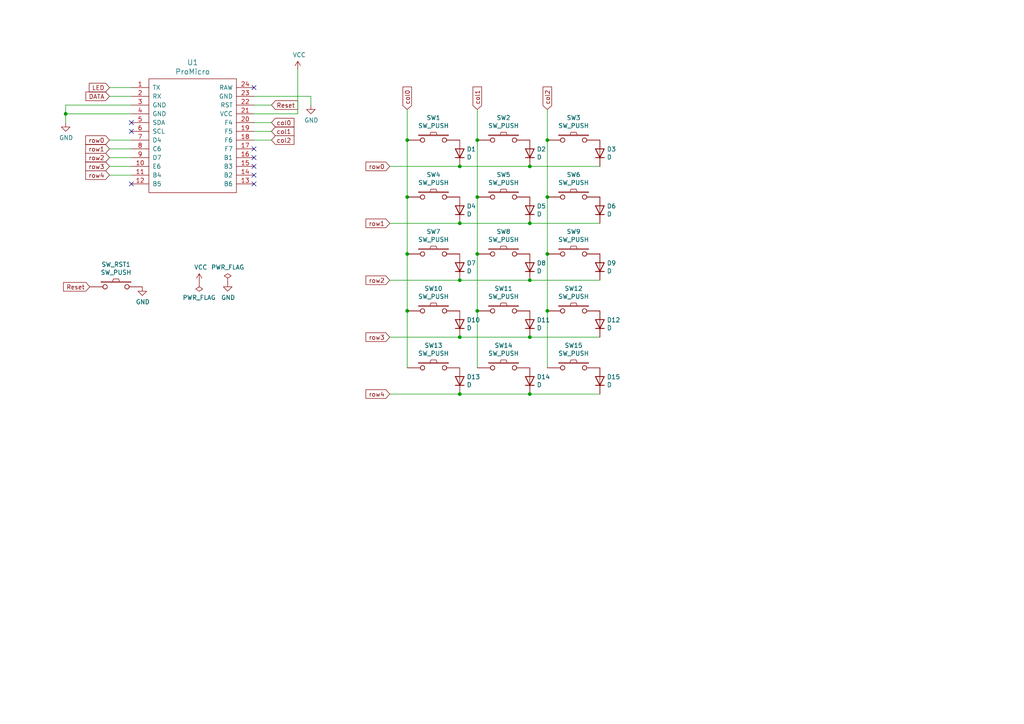
<source format=kicad_sch>
(kicad_sch (version 20211123) (generator eeschema)
  (paper "A4")
  (title_block (title "Shiro") (rev "1.0.0-alpha") (company "T.Shinohara"))
  (lib_symbols
    (symbol "Device:D" (pin_numbers hide) (pin_names (offset 1.016) hide)
      (property "Reference" "D" (at 0 2.54 0))
      (property "Value" "D" (at 0 -2.54 0))
      (symbol "D_0_1"
        (polyline (pts (xy -1.27 1.27) (xy -1.27 -1.27)) (stroke (width 0.254)))
        (polyline (pts (xy 1.27 0) (xy -1.27 0)))
        (polyline (pts (xy 1.27 1.27) (xy 1.27 -1.27) (xy -1.27 0) (xy 1.27 1.27)) (stroke (width 0.254)))
      )
      (symbol "D_1_1"
        (pin passive line (at -3.81 0 0) (length 2.54) (name "K") (number "1"))
        (pin passive line (at 3.81 0 180) (length 2.54) (name "A") (number "2"))
      )
    )
    (symbol "power:GND" (power) (pin_names (offset 0))
      (property "Value" "GND" (at 0 -3.81 0))
      (symbol "GND_0_1"
        (polyline (pts (xy 0 0) (xy 0 -1.27) (xy 1.27 -1.27) (xy 0 -2.54) (xy -1.27 -1.27) (xy 0 -1.27)))
      )
      (symbol "GND_1_1"
        (pin power_in line (at 0 0 270) (length 0) hide (name "GND") (number "1"))
      )
    )
    (symbol "power:PWR_FLAG" (power) (pin_numbers hide) (pin_names (offset 0) hide)
      (property "Value" "PWR_FLAG" (at 0 3.81 0))
      (symbol "PWR_FLAG_0_0"
        (pin power_out line (at 0 0 90) (length 0) (name "pwr") (number "1"))
      )
      (symbol "PWR_FLAG_0_1"
        (polyline (pts (xy 0 0) (xy 0 1.27) (xy -1.016 1.905) (xy 0 2.54) (xy 1.016 1.905) (xy 0 1.27)))
      )
    )
    (symbol "power:VCC" (power) (pin_names (offset 0))
      (property "Value" "VCC" (at 0 3.81 0))
      (symbol "VCC_0_1"
        (polyline (pts (xy -0.762 1.27) (xy 0 2.54)))
        (polyline (pts (xy 0 0) (xy 0 2.54)))
        (polyline (pts (xy 0 2.54) (xy 0.762 1.27)))
      )
      (symbol "VCC_1_1"
        (pin power_in line (at 0 0 90) (length 0) hide (name "VCC") (number "1"))
      )
    )
    (symbol "shiro-rescue:ProMicro-kbd" (pin_names (offset 1.016))
      (property "Reference" "U" (at 0 24.13 0))
      (property "Value" "ProMicro-kbd" (at 0 -13.97 0))
      (symbol "ProMicro-kbd_0_1"
        (rectangle (start -12.7 21.59) (end 12.7 -11.43))
      )
      (symbol "ProMicro-kbd_1_1"
        (pin bidirectional line (at -17.78 19.05 0) (length 5.08) (name "TX") (number "1"))
        (pin bidirectional line (at -17.78 -3.81 0) (length 5.08) (name "E6") (number "10"))
        (pin bidirectional line (at -17.78 -6.35 0) (length 5.08) (name "B4") (number "11"))
        (pin bidirectional line (at -17.78 -8.89 0) (length 5.08) (name "B5") (number "12"))
        (pin bidirectional line (at 17.78 -8.89 180) (length 5.08) (name "B6") (number "13"))
        (pin bidirectional line (at 17.78 -6.35 180) (length 5.08) (name "B2") (number "14"))
        (pin bidirectional line (at 17.78 -3.81 180) (length 5.08) (name "B3") (number "15"))
        (pin bidirectional line (at 17.78 -1.27 180) (length 5.08) (name "B1") (number "16"))
        (pin bidirectional line (at 17.78 1.27 180) (length 5.08) (name "F7") (number "17"))
        (pin bidirectional line (at 17.78 3.81 180) (length 5.08) (name "F6") (number "18"))
        (pin bidirectional line (at 17.78 6.35 180) (length 5.08) (name "F5") (number "19"))
        (pin bidirectional line (at -17.78 16.51 0) (length 5.08) (name "RX") (number "2"))
        (pin bidirectional line (at 17.78 8.89 180) (length 5.08) (name "F4") (number "20"))
        (pin power_in line (at 17.78 11.43 180) (length 5.08) (name "VCC") (number "21"))
        (pin input line (at 17.78 13.97 180) (length 5.08) (name "RST") (number "22"))
        (pin power_in line (at 17.78 16.51 180) (length 5.08) (name "GND") (number "23"))
        (pin power_out line (at 17.78 19.05 180) (length 5.08) (name "RAW") (number "24"))
        (pin power_in line (at -17.78 13.97 0) (length 5.08) (name "GND") (number "3"))
        (pin power_in line (at -17.78 11.43 0) (length 5.08) (name "GND") (number "4"))
        (pin bidirectional line (at -17.78 8.89 0) (length 5.08) (name "SDA") (number "5"))
        (pin bidirectional line (at -17.78 6.35 0) (length 5.08) (name "SCL") (number "6"))
        (pin bidirectional line (at -17.78 3.81 0) (length 5.08) (name "D4") (number "7"))
        (pin bidirectional line (at -17.78 1.27 0) (length 5.08) (name "C6") (number "8"))
        (pin bidirectional line (at -17.78 -1.27 0) (length 5.08) (name "D7") (number "9"))
      )
    )
    (symbol "shiro-rescue:SW_PUSH-kbd" (pin_numbers hide) (pin_names (offset 1.016) hide)
      (property "Reference" "SW" (at 3.81 2.794 0))
      (property "Value" "SW_PUSH-kbd" (at 0 -2.032 0))
      (symbol "SW_PUSH-kbd_0_1"
        (rectangle (start -4.318 1.27) (end 4.318 1.524))
        (polyline (pts (xy -1.016 1.524) (xy -0.762 2.286) (xy 0.762 2.286) (xy 1.016 1.524)))
        (pin passive inverted (at -7.62 0 0) (length 5.08) (name "1") (number "1"))
        (pin passive inverted (at 7.62 0 180) (length 5.08) (name "2") (number "2"))
      )
    )
  )
  (junction (at 118.11 90.17))
  (junction (at 153.67 48.26))
  (junction (at 118.11 40.64))
  (junction (at 153.67 97.79))
  (junction (at 19.05 33.02))
  (junction (at 158.75 40.64))
  (junction (at 153.67 81.28))
  (junction (at 133.35 97.79))
  (junction (at 158.75 90.17))
  (junction (at 138.43 73.66))
  (junction (at 138.43 40.64))
  (junction (at 133.35 64.77))
  (junction (at 158.75 73.66))
  (junction (at 138.43 57.15))
  (junction (at 118.11 57.15))
  (junction (at 133.35 81.28))
  (junction (at 133.35 114.3))
  (junction (at 118.11 73.66))
  (junction (at 153.67 64.77))
  (junction (at 133.35 48.26))
  (junction (at 153.67 114.3))
  (junction (at 158.75 57.15))
  (junction (at 138.43 90.17))
  (no_connect (at 38.1 53.34))
  (no_connect (at 73.66 48.26))
  (no_connect (at 73.66 25.4))
  (no_connect (at 38.1 35.56))
  (no_connect (at 38.1 38.1))
  (no_connect (at 73.66 50.8))
  (no_connect (at 73.66 53.34))
  (no_connect (at 73.66 45.72))
  (no_connect (at 73.66 43.18))
  (wire (pts (xy 38.1 27.94) (xy 31.75 27.94)))
  (wire (pts (xy 73.66 33.02) (xy 86.36 33.02)))
  (wire (pts (xy 73.66 35.56) (xy 78.74 35.56)))
  (wire (pts (xy 90.17 27.94) (xy 90.17 30.48)))
  (wire (pts (xy 73.66 27.94) (xy 90.17 27.94)))
  (wire (pts (xy 118.11 106.68) (xy 118.11 90.17)))
  (wire (pts (xy 113.03 81.28) (xy 133.35 81.28)))
  (wire (pts (xy 158.75 57.15) (xy 158.75 40.64)))
  (wire (pts (xy 118.11 31.75) (xy 118.11 40.64)))
  (wire (pts (xy 133.35 114.3) (xy 153.67 114.3)))
  (wire (pts (xy 31.75 50.8) (xy 38.1 50.8)))
  (wire (pts (xy 118.11 73.66) (xy 118.11 57.15)))
  (wire (pts (xy 158.75 73.66) (xy 158.75 57.15)))
  (wire (pts (xy 153.67 97.79) (xy 173.99 97.79)))
  (wire (pts (xy 78.74 40.64) (xy 73.66 40.64)))
  (wire (pts (xy 19.05 30.48) (xy 19.05 33.02)))
  (wire (pts (xy 153.67 64.77) (xy 133.35 64.77)))
  (wire (pts (xy 138.43 40.64) (xy 138.43 57.15)))
  (wire (pts (xy 118.11 57.15) (xy 118.11 40.64)))
  (wire (pts (xy 19.05 33.02) (xy 19.05 35.56)))
  (wire (pts (xy 38.1 25.4) (xy 31.75 25.4)))
  (wire (pts (xy 31.75 48.26) (xy 38.1 48.26)))
  (wire (pts (xy 31.75 45.72) (xy 38.1 45.72)))
  (wire (pts (xy 138.43 40.64) (xy 138.43 31.75)))
  (wire (pts (xy 153.67 48.26) (xy 173.99 48.26)))
  (wire (pts (xy 158.75 90.17) (xy 158.75 73.66)))
  (wire (pts (xy 31.75 40.64) (xy 38.1 40.64)))
  (wire (pts (xy 158.75 106.68) (xy 158.75 90.17)))
  (wire (pts (xy 133.35 81.28) (xy 153.67 81.28)))
  (wire (pts (xy 38.1 33.02) (xy 19.05 33.02)))
  (wire (pts (xy 19.05 30.48) (xy 38.1 30.48)))
  (wire (pts (xy 133.35 48.26) (xy 153.67 48.26)))
  (wire (pts (xy 113.03 48.26) (xy 133.35 48.26)))
  (wire (pts (xy 118.11 90.17) (xy 118.11 73.66)))
  (wire (pts (xy 73.66 38.1) (xy 78.74 38.1)))
  (wire (pts (xy 153.67 81.28) (xy 173.99 81.28)))
  (wire (pts (xy 138.43 90.17) (xy 138.43 106.68)))
  (wire (pts (xy 138.43 57.15) (xy 138.43 73.66)))
  (wire (pts (xy 73.66 30.48) (xy 78.74 30.48)))
  (wire (pts (xy 113.03 97.79) (xy 133.35 97.79)))
  (wire (pts (xy 133.35 64.77) (xy 113.03 64.77)))
  (wire (pts (xy 138.43 73.66) (xy 138.43 90.17)))
  (wire (pts (xy 133.35 97.79) (xy 153.67 97.79)))
  (wire (pts (xy 86.36 20.32) (xy 86.36 33.02)))
  (wire (pts (xy 173.99 64.77) (xy 153.67 64.77)))
  (wire (pts (xy 113.03 114.3) (xy 133.35 114.3)))
  (wire (pts (xy 38.1 43.18) (xy 31.75 43.18)))
  (wire (pts (xy 158.75 40.64) (xy 158.75 31.75)))
  (wire (pts (xy 153.67 114.3) (xy 173.99 114.3)))
  (global_label "row0" (shape input) (at 31.75 40.64 180) (property "Intersheet References" "${INTERSHEET_REFS}" (effects hide)))
  (global_label "row0" (shape input) (at 113.03 48.26 180) (property "Intersheet References" "${INTERSHEET_REFS}" (effects hide)))
  (global_label "row3" (shape input) (at 31.75 48.26 180) (property "Intersheet References" "${INTERSHEET_REFS}" (effects hide)))
  (global_label "col2" (shape input) (at 158.75 31.75 90) (property "Intersheet References" "${INTERSHEET_REFS}" (effects hide)))
  (global_label "Reset" (shape input) (at 26.035 83.185 180) (property "Intersheet References" "${INTERSHEET_REFS}" (effects hide)))
  (global_label "col1" (shape input) (at 78.74 38.1 0) (property "Intersheet References" "${INTERSHEET_REFS}" (effects hide)))
  (global_label "DATA" (shape input) (at 31.75 27.94 180) (property "Intersheet References" "${INTERSHEET_REFS}" (effects hide)))
  (global_label "Reset" (shape input) (at 78.74 30.48 0) (property "Intersheet References" "${INTERSHEET_REFS}" (effects hide)))
  (global_label "row2" (shape input) (at 113.03 81.28 180) (property "Intersheet References" "${INTERSHEET_REFS}" (effects hide)))
  (global_label "row4" (shape input) (at 31.75 50.8 180) (property "Intersheet References" "${INTERSHEET_REFS}" (effects hide)))
  (global_label "col2" (shape input) (at 78.74 40.64 0) (property "Intersheet References" "${INTERSHEET_REFS}" (effects hide)))
  (global_label "row1" (shape input) (at 113.03 64.77 180) (property "Intersheet References" "${INTERSHEET_REFS}" (effects hide)))
  (global_label "row2" (shape input) (at 31.75 45.72 180) (property "Intersheet References" "${INTERSHEET_REFS}" (effects hide)))
  (global_label "row1" (shape input) (at 31.75 43.18 180) (property "Intersheet References" "${INTERSHEET_REFS}" (effects hide)))
  (global_label "col0" (shape input) (at 78.74 35.56 0) (property "Intersheet References" "${INTERSHEET_REFS}" (effects hide)))
  (global_label "col1" (shape input) (at 138.43 31.75 90) (property "Intersheet References" "${INTERSHEET_REFS}" (effects hide)))
  (global_label "LED" (shape input) (at 31.75 25.4 180) (property "Intersheet References" "${INTERSHEET_REFS}" (effects hide)))
  (global_label "col0" (shape input) (at 118.11 31.75 90) (property "Intersheet References" "${INTERSHEET_REFS}" (effects hide)))
  (global_label "row4" (shape input) (at 113.03 114.3 180) (property "Intersheet References" "${INTERSHEET_REFS}" (effects hide)))
  (global_label "row3" (shape input) (at 113.03 97.79 180) (property "Intersheet References" "${INTERSHEET_REFS}" (effects hide)))
  (symbol (lib_id "shiro-rescue:ProMicro-kbd") (at 55.88 44.45 0) (unit 1)
    (property "Reference" "U1" (at 55.88 18.1102 0) (effects (font (size 1.524 1.524))))
    (property "Value" "ProMicro" (at 55.88 20.8026 0) (effects (font (size 1.524 1.524))))
    (property "Footprint" "kbd:ProMicro_v2_1side_Rev" (effects hide))
  )
  (symbol (lib_id "power:VCC") (at 86.36 20.32 0) (unit 1)
    (property "Reference" "#PWR01" (effects hide))
    (property "Value" "VCC" (at 86.7918 15.9258 0))
  )
  (symbol (lib_id "power:GND") (at 19.05 35.56 0) (unit 1)
    (property "Reference" "#PWR03" (effects hide))
    (property "Value" "GND" (at 19.177 39.9542 0))
  )
  (symbol (lib_id "power:GND") (at 90.17 30.48 0) (unit 1)
    (property "Reference" "#PWR02" (effects hide))
    (property "Value" "GND" (at 90.297 34.8742 0))
  )
  (symbol (lib_id "power:GND") (at 41.275 83.185 0) (unit 1)
    (property "Reference" "#PWR06" (effects hide))
    (property "Value" "GND" (at 41.402 87.5792 0))
  )
  (symbol (lib_id "shiro-rescue:SW_PUSH-kbd") (at 33.655 83.185 0) (unit 1)
    (property "Reference" "SW_RST1" (at 33.655 76.708 0))
    (property "Value" "SW_PUSH" (at 33.655 79.0194 0))
    (property "Footprint" "kbd:ResetSW" (effects hide))
  )
  (symbol (lib_id "power:GND") (at 66.04 81.915 0) (unit 1)
    (property "Reference" "#PWR05" (effects hide))
    (property "Value" "GND" (at 66.167 86.3092 0))
  )
  (symbol (lib_id "power:VCC") (at 57.785 81.915 0) (unit 1)
    (property "Reference" "#PWR04" (effects hide))
    (property "Value" "VCC" (at 58.2168 77.5208 0))
  )
  (symbol (lib_id "power:PWR_FLAG") (at 66.04 81.915 0) (unit 1)
    (property "Reference" "#FLG02" (effects hide))
    (property "Value" "PWR_FLAG" (at 66.04 77.5208 0))
  )
  (symbol (lib_id "power:PWR_FLAG") (at 57.785 81.915 180) (unit 1)
    (property "Reference" "#FLG01" (effects hide))
    (property "Value" "PWR_FLAG" (at 57.785 86.3092 0))
  )
  (symbol (lib_id "shiro-rescue:SW_PUSH-kbd") (at 125.73 40.64 0) (unit 1)
    (property "Reference" "SW1" (at 125.73 34.163 0))
    (property "Value" "SW_PUSH" (at 125.73 36.4744 0))
    (property "Footprint" "SMKJP:SW_kailh_pg1350_1u" (effects hide))
  )
  (symbol (lib_id "Device:D") (at 133.35 44.45 90) (unit 1)
    (property "Reference" "D1" (at 135.3566 43.2816 90) (effects (justify right)))
    (property "Value" "D" (at 135.3566 45.593 90) (effects (justify right)))
    (property "Footprint" "kbd:D3_SMD_1side" (effects hide))
  )
  (symbol (lib_id "Device:D") (at 133.35 60.96 90) (unit 1)
    (property "Reference" "D4" (at 135.3566 59.7916 90) (effects (justify right)))
    (property "Value" "D" (at 135.3566 62.103 90) (effects (justify right)))
    (property "Footprint" "kbd:D3_SMD_1side" (effects hide))
  )
  (symbol (lib_id "shiro-rescue:SW_PUSH-kbd") (at 125.73 57.15 0) (unit 1)
    (property "Reference" "SW4" (at 125.73 50.673 0))
    (property "Value" "SW_PUSH" (at 125.73 52.9844 0))
    (property "Footprint" "SMKJP:SW_kailh_pg1350_1u" (effects hide))
  )
  (symbol (lib_id "Device:D") (at 133.35 77.47 90) (unit 1)
    (property "Reference" "D7" (at 135.3566 76.3016 90) (effects (justify right)))
    (property "Value" "D" (at 135.3566 78.613 90) (effects (justify right)))
    (property "Footprint" "kbd:D3_SMD_1side" (effects hide))
  )
  (symbol (lib_id "shiro-rescue:SW_PUSH-kbd") (at 125.73 73.66 0) (unit 1)
    (property "Reference" "SW7" (at 125.73 67.183 0))
    (property "Value" "SW_PUSH" (at 125.73 69.4944 0))
    (property "Footprint" "SMKJP:SW_kailh_pg1350_1u" (effects hide))
  )
  (symbol (lib_id "Device:D") (at 153.67 44.45 90) (unit 1)
    (property "Reference" "D2" (at 155.6766 43.2816 90) (effects (justify right)))
    (property "Value" "D" (at 155.6766 45.593 90) (effects (justify right)))
    (property "Footprint" "kbd:D3_SMD_1side" (effects hide))
  )
  (symbol (lib_id "shiro-rescue:SW_PUSH-kbd") (at 146.05 40.64 0) (unit 1)
    (property "Reference" "SW2" (at 146.05 34.163 0))
    (property "Value" "SW_PUSH" (at 146.05 36.4744 0))
    (property "Footprint" "SMKJP:SW_kailh_pg1350_1u" (effects hide))
  )
  (symbol (lib_id "Device:D") (at 173.99 44.45 90) (unit 1)
    (property "Reference" "D3" (at 175.9966 43.2816 90) (effects (justify right)))
    (property "Value" "D" (at 175.9966 45.593 90) (effects (justify right)))
    (property "Footprint" "kbd:D3_SMD_1side" (effects hide))
  )
  (symbol (lib_id "shiro-rescue:SW_PUSH-kbd") (at 166.37 40.64 0) (unit 1)
    (property "Reference" "SW3" (at 166.37 34.163 0))
    (property "Value" "SW_PUSH" (at 166.37 36.4744 0))
    (property "Footprint" "SMKJP:SW_kailh_pg1350_1u" (effects hide))
  )
  (symbol (lib_id "Device:D") (at 153.67 60.96 90) (unit 1)
    (property "Reference" "D5" (at 155.6766 59.7916 90) (effects (justify right)))
    (property "Value" "D" (at 155.6766 62.103 90) (effects (justify right)))
    (property "Footprint" "kbd:D3_SMD_1side" (effects hide))
  )
  (symbol (lib_id "shiro-rescue:SW_PUSH-kbd") (at 146.05 57.15 0) (unit 1)
    (property "Reference" "SW5" (at 146.05 50.673 0))
    (property "Value" "SW_PUSH" (at 146.05 52.9844 0))
    (property "Footprint" "SMKJP:SW_kailh_pg1350_1u" (effects hide))
  )
  (symbol (lib_id "Device:D") (at 173.99 60.96 90) (unit 1)
    (property "Reference" "D6" (at 175.9966 59.7916 90) (effects (justify right)))
    (property "Value" "D" (at 175.9966 62.103 90) (effects (justify right)))
    (property "Footprint" "kbd:D3_SMD_1side" (effects hide))
  )
  (symbol (lib_id "shiro-rescue:SW_PUSH-kbd") (at 166.37 57.15 0) (unit 1)
    (property "Reference" "SW6" (at 166.37 50.673 0))
    (property "Value" "SW_PUSH" (at 166.37 52.9844 0))
    (property "Footprint" "SMKJP:SW_kailh_pg1350_1u" (effects hide))
  )
  (symbol (lib_id "Device:D") (at 153.67 77.47 90) (unit 1)
    (property "Reference" "D8" (at 155.6766 76.3016 90) (effects (justify right)))
    (property "Value" "D" (at 155.6766 78.613 90) (effects (justify right)))
    (property "Footprint" "kbd:D3_SMD_1side" (effects hide))
  )
  (symbol (lib_id "shiro-rescue:SW_PUSH-kbd") (at 146.05 73.66 0) (unit 1)
    (property "Reference" "SW8" (at 146.05 67.183 0))
    (property "Value" "SW_PUSH" (at 146.05 69.4944 0))
    (property "Footprint" "SMKJP:SW_kailh_pg1350_1u" (effects hide))
  )
  (symbol (lib_id "Device:D") (at 173.99 77.47 90) (unit 1)
    (property "Reference" "D9" (at 175.9966 76.3016 90) (effects (justify right)))
    (property "Value" "D" (at 175.9966 78.613 90) (effects (justify right)))
    (property "Footprint" "kbd:D3_SMD_1side" (effects hide))
  )
  (symbol (lib_id "shiro-rescue:SW_PUSH-kbd") (at 166.37 73.66 0) (unit 1)
    (property "Reference" "SW9" (at 166.37 67.183 0))
    (property "Value" "SW_PUSH" (at 166.37 69.4944 0))
    (property "Footprint" "SMKJP:SW_kailh_pg1350_1u" (effects hide))
  )
  (symbol (lib_id "Device:D") (at 133.35 93.98 90) (unit 1)
    (property "Reference" "D10" (at 135.3566 92.8116 90) (effects (justify right)))
    (property "Value" "D" (at 135.3566 95.123 90) (effects (justify right)))
    (property "Footprint" "kbd:D3_SMD_1side" (effects hide))
  )
  (symbol (lib_id "shiro-rescue:SW_PUSH-kbd") (at 125.73 90.17 0) (unit 1)
    (property "Reference" "SW10" (at 125.73 83.693 0))
    (property "Value" "SW_PUSH" (at 125.73 86.0044 0))
    (property "Footprint" "SMKJP:SW_kailh_pg1350_1u" (effects hide))
  )
  (symbol (lib_id "Device:D") (at 153.67 93.98 90) (unit 1)
    (property "Reference" "D11" (at 155.6766 92.8116 90) (effects (justify right)))
    (property "Value" "D" (at 155.6766 95.123 90) (effects (justify right)))
    (property "Footprint" "kbd:D3_SMD_1side" (effects hide))
  )
  (symbol (lib_id "shiro-rescue:SW_PUSH-kbd") (at 146.05 90.17 0) (unit 1)
    (property "Reference" "SW11" (at 146.05 83.693 0))
    (property "Value" "SW_PUSH" (at 146.05 86.0044 0))
    (property "Footprint" "SMKJP:SW_kailh_pg1350_1u" (effects hide))
  )
  (symbol (lib_id "Device:D") (at 173.99 93.98 90) (unit 1)
    (property "Reference" "D12" (at 175.9966 92.8116 90) (effects (justify right)))
    (property "Value" "D" (at 175.9966 95.123 90) (effects (justify right)))
    (property "Footprint" "kbd:D3_SMD_1side" (effects hide))
  )
  (symbol (lib_id "shiro-rescue:SW_PUSH-kbd") (at 166.37 90.17 0) (unit 1)
    (property "Reference" "SW12" (at 166.37 83.693 0))
    (property "Value" "SW_PUSH" (at 166.37 86.0044 0))
    (property "Footprint" "SMKJP:SW_kailh_pg1350_1u" (effects hide))
  )
  (symbol (lib_id "Device:D") (at 133.35 110.49 90) (unit 1)
    (property "Reference" "D13" (at 135.3566 109.3216 90) (effects (justify right)))
    (property "Value" "D" (at 135.3566 111.633 90) (effects (justify right)))
    (property "Footprint" "kbd:D3_SMD_1side" (effects hide))
  )
  (symbol (lib_id "shiro-rescue:SW_PUSH-kbd") (at 125.73 106.68 0) (unit 1)
    (property "Reference" "SW13" (at 125.73 100.203 0))
    (property "Value" "SW_PUSH" (at 125.73 102.5144 0))
    (property "Footprint" "SMKJP:SW_kailh_pg1350_1u" (effects hide))
  )
  (symbol (lib_id "Device:D") (at 153.67 110.49 90) (unit 1)
    (property "Reference" "D14" (at 155.6766 109.3216 90) (effects (justify right)))
    (property "Value" "D" (at 155.6766 111.633 90) (effects (justify right)))
    (property "Footprint" "kbd:D3_SMD_1side" (effects hide))
  )
  (symbol (lib_id "shiro-rescue:SW_PUSH-kbd") (at 146.05 106.68 0) (unit 1)
    (property "Reference" "SW14" (at 146.05 100.203 0))
    (property "Value" "SW_PUSH" (at 146.05 102.5144 0))
    (property "Footprint" "SMKJP:SW_kailh_pg1350_1u" (effects hide))
  )
  (symbol (lib_id "Device:D") (at 173.99 110.49 90) (unit 1)
    (property "Reference" "D15" (at 175.9966 109.3216 90) (effects (justify right)))
    (property "Value" "D" (at 175.9966 111.633 90) (effects (justify right)))
    (property "Footprint" "kbd:D3_SMD_1side" (effects hide))
  )
  (symbol (lib_id "shiro-rescue:SW_PUSH-kbd") (at 166.37 106.68 0) (unit 1)
    (property "Reference" "SW15" (at 166.37 100.203 0))
    (property "Value" "SW_PUSH" (at 166.37 102.5144 0))
    (property "Footprint" "SMKJP:SW_kailh_pg1350_1u" (effects hide))
  )
)
</source>
